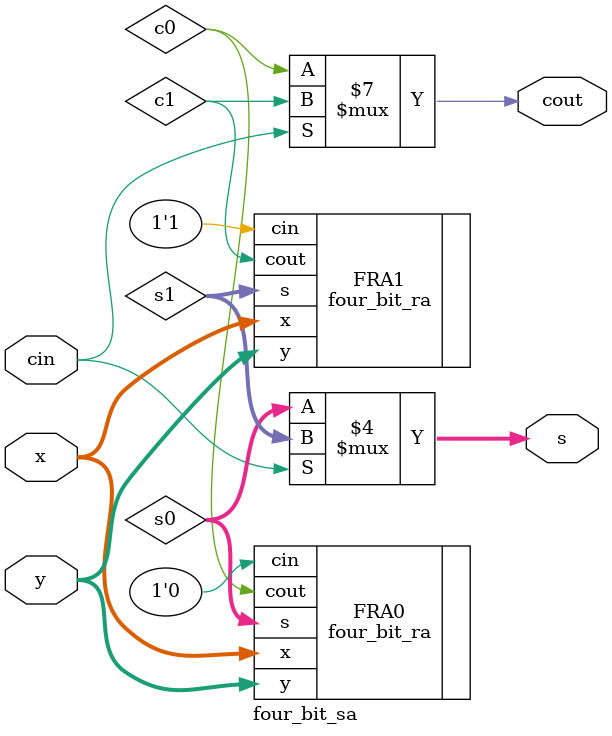
<source format=sv>
module carry_select_adder
(
    input   logic[15:0]     A,
    input   logic[15:0]     B,
    output  logic[15:0]     Sum,
    output  logic           CO
);

    /* TODO
     *
     * Insert code here to implement a carry select.
     * Your code should be completly combinational (don't use always_ff or always_latch).
     * Feel free to create sub-modules or other files. */
     
	  logic c0,c1,c2;
	  
	  four_bit_ra fra0(.x(A[3 : 0]), .y(B[3 : 0]), .cin( 0), .s(Sum[3 : 0]), .cout(c0));
	  four_bit_sa csa1(.x(A[7 : 4]), .y(B[7 : 4]), .cin(c0), .s(Sum[7 : 4]), .cout(c1));
	  four_bit_sa csa2(.x(A[11: 8]), .y(B[11: 8]), .cin(c1), .s(Sum[11: 8]), .cout(c2));
	  four_bit_sa csa3(.x(A[15:12]), .y(B[15:12]), .cin(c2), .s(Sum[15:12]), .cout(CO));
	  
endmodule


module four_bit_sa(
						input logic [3:0] x,
						input logic [3:0] y,
						input logic cin,
						output logic [3:0] s,
						output logic cout
						);
						
						
	logic c0;
	logic c1;
	logic [3:0] s0;
	logic [3:0] s1;
	
	four_bit_ra FRA0(.x(x[3 : 0]), .y(y[3 : 0]), .cin(1'b0), .s(s0[3 : 0]), .cout(c0));
	four_bit_ra FRA1(.x(x[3 : 0]), .y(y[3 : 0]), .cin(1'b1), .s(s1[3 : 0]), .cout(c1));
	
	always_comb
	begin
	
		if (cin == 0) begin
			cout = c0;
			s = s0;
		end else begin
			cout = c1;
			s = s1;
		end
	
	
	end
						
						
endmodule





</source>
